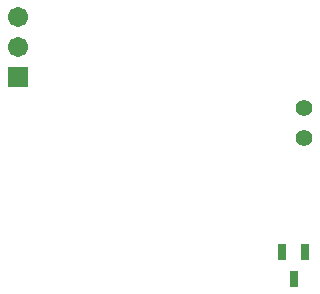
<source format=gts>
G04*
G04 #@! TF.GenerationSoftware,Altium Limited,Altium Designer,21.8.1 (53)*
G04*
G04 Layer_Color=8388736*
%FSLAX25Y25*%
%MOIN*%
G70*
G04*
G04 #@! TF.SameCoordinates,ED125225-5C5F-433F-9D6F-92EC8C22B427*
G04*
G04*
G04 #@! TF.FilePolarity,Negative*
G04*
G01*
G75*
%ADD14R,0.03162X0.05328*%
%ADD15C,0.05524*%
%ADD16R,0.06706X0.06706*%
%ADD17C,0.06706*%
D14*
X103740Y104429D02*
D03*
X96260D02*
D03*
X100000Y95571D02*
D03*
D15*
X103500Y152500D02*
D03*
Y142500D02*
D03*
D16*
X8000Y163000D02*
D03*
D17*
Y173000D02*
D03*
Y183000D02*
D03*
M02*

</source>
